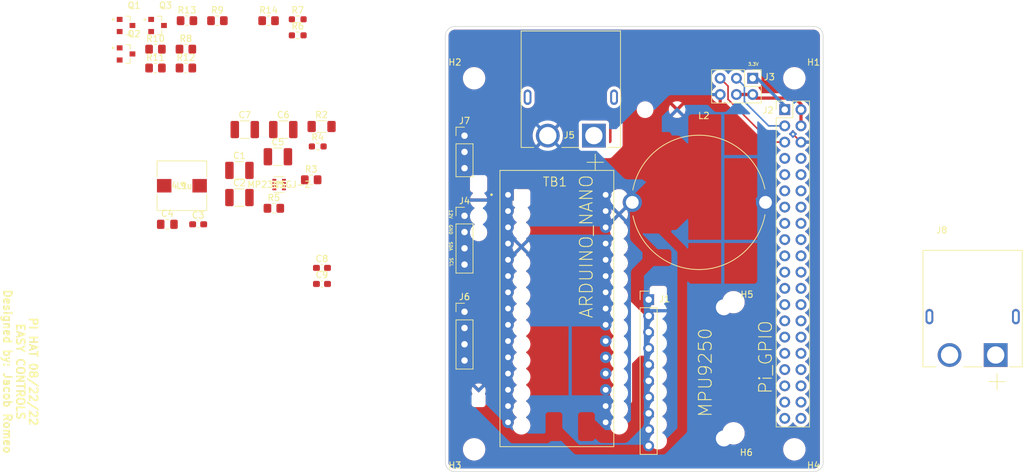
<source format=kicad_pcb>
(kicad_pcb (version 20211014) (generator pcbnew)
  (layers (0 "F.Cu" signal) (31 "B.Cu" signal) (34 "B.Paste" user) (35 "F.Paste" user) (36 "B.SilkS" user "B.Silkscreen") (37 "F.SilkS" user "F.Silkscreen") (38 "B.Mask" user) (39 "F.Mask" user) (44 "Edge.Cuts" user))
  (net 0 "")
  (net 7 "SDAN")
  (net 8 "SCLN")
  (net 9 "3.3VN")
  (net 11 "/TXP")
  (net 13 "/RXP")
  (net 43 "3.3VP")
  (net 45 "+3V3")
  (net 46 "/5VN")
  (net 47 "VAA")
  (net 61 "Net-(C8-Pad1)")
  (net 67 "/RXN")
  (net 68 "GND")
  (net 69 "12V")
  (net 70 "/5V")
  (net 71 "VD")
  (net 72 "/SCL")
  (net 73 "/SDA")
  (net 74 "Net-(C3-Pad1)")
  (net 75 "Net-(C4-Pad1)")
  (net 76 "Net-(C4-Pad2)")
  (net 77 "Net-(C5-Pad1)")
  (net 78 "Net-(R2-Pad2)")
  (net 79 "Net-(R3-Pad1)")
  (net 80 "Net-(C9-Pad2)")
  (net 81 "Net-(R4-Pad1)")
  (net 82 "/TXN")
  (net 83 "+5V")
  (net 84 "VCC")
  (net 85 "VDC")
  (net 86 "/PS")
  (footprint ".pretty:SHIELD_ARDUINO_NANO" (layer "F.Cu") (at 115.4175 110.4975)
    (fp_text reference "TB1" (at -0.3 -19.8) (layer "F.SilkS") (effects (font (size 1.4 1.4))))
    (fp_text value "ARDUINO_NANO" (at 4.6 -9.7 90) (layer "F.SilkS") (effects (font (size 2 2))))
    (fp_line (start 8.89 21.59) (end -8.89 21.59) (layer "F.SilkS") (width 0.127))
    (fp_line (start -8.89 21.59) (end -8.89 -21.59) (layer "F.SilkS") (width 0.127))
    (fp_line (start 8.89 -21.59) (end 8.89 21.59) (layer "F.SilkS") (width 0.127))
    (fp_line (start -8.89 -21.59) (end 8.89 -21.59) (layer "F.SilkS") (width 0.127))
    (fp_circle (center -10.2 -17.8) (end -10.1 -17.8) (layer "F.SilkS") (width 0.2) (fill none))
    (pad "1" thru_hole rect locked (at -7.62 -17.78) (size 1.8 1.8) (drill 0.9) (layers *.Cu *.Mask) (net 82 "/TXN"))
    (pad "2" thru_hole circle locked (at -7.62 -15.24) (size 1.8 1.8) (drill 0.9) (layers *.Cu *.Mask) (net 67 "/RXN"))
    (pad "3" thru_hole circle locked (at -7.62 -12.7) (size 1.8 1.8) (drill 0.9) (layers *.Cu *.Mask))
    (pad "4" thru_hole circle locked (at -7.62 -10.16) (size 1.8 1.8) (drill 0.9) (layers *.Cu *.Mask) (net 68 "GND"))
    (pad "5" thru_hole circle locked (at -7.62 -7.62) (size 1.8 1.8) (drill 0.9) (layers *.Cu *.Mask))
    (pad "6" thru_hole circle locked (at -7.62 -5.08) (size 1.8 1.8) (drill 0.9) (layers *.Cu *.Mask))
    (pad "7" thru_hole circle locked (at -7.62 -2.54) (size 1.8 1.8) (drill 0.9) (layers *.Cu *.Mask))
    (pad "8" thru_hole circle locked (at -7.62 0) (size 1.8 1.8) (drill 0.9) (layers *.Cu *.Mask))
    (pad "9" thru_hole circle locked (at -7.62 2.54) (size 1.8 1.8) (drill 0.9) (layers *.Cu *.Mask))
    (pad "10" thru_hole circle locked (at -7.62 5.08) (size 1.8 1.8) (drill 0.9) (layers *.Cu *.Mask))
    (pad "11" thru_hole circle locked (at -7.62 7.62) (size 1.8 1.8) (drill 0.9) (layers *.Cu *.Mask))
    (pad "12" thru_hole circle locked (at -7.62 10.16) (size 1.8 1.8) (drill 0.9) (layers *.Cu *.Mask))
    (pad "13" thru_hole circle locked (at -7.62 12.7) (size 1.8 1.8) (drill 0.9) (layers *.Cu *.Mask))
    (pad "14" thru_hole circle locked (at -7.62 15.24) (size 1.8 1.8) (drill 0.9) (layers *.Cu *.Mask))
    (pad "15" thru_hole circle locked (at -7.62 17.78) (size 1.8 1.8) (drill 0.9) (layers *.Cu *.Mask))
    (pad "16" thru_hole circle locked (at 7.62 17.78) (size 1.8 1.8) (drill 0.9) (layers *.Cu *.Mask))
    (pad "17" thru_hole circle locked (at 7.62 15.24) (size 1.8 1.8) (drill 0.9) (layers *.Cu *.Mask) (net 9 "3.3VN"))
    (pad "18" thru_hole circle locked (at 7.62 12.7) (size 1.8 1.8) (drill 0.9) (layers *.Cu *.Mask))
    (pad "19" thru_hole circle locked (at 7.62 10.16) (size 1.8 1.8) (drill 0.9) (layers *.Cu *.Mask) (net 86 "/PS"))
    (pad "20" thru_hole circle locked (at 7.62 7.62) (size 1.8 1.8) (drill 0.9) (layers *.Cu *.Mask))
    (pad "21" thru_hole circle locked (at 7.62 5.08) (size 1.8 1.8) (drill 0.9) (layers *.Cu *.Mask))
    (pad "22" thru_hole circle locked (at 7.62 2.54) (size 1.8 1.8) (drill 0.9) (layers *.Cu *.Mask))
    (pad "23" thru_hole circle locked (at 7.62 0) (size 1.8 1.8) (drill 0.9) (layers *.Cu *.Mask) (net 7 "SDAN"))
    (pad "24" thru_hole circle locked (at 7.62 -2.54) (size 1.8 1.8) (drill 0.9) (layers *.Cu *.Mask) (net 8 "SCLN"))
    (pad "25" thru_hole circle locked (at 7.62 -5.08) (size 1.8 1.8) (drill 0.9) (layers *.Cu *.Mask))
    (pad "26" thru_hole circle locked (at 7.62 -7.62) (size 1.8 1.8) (drill 0.9) (layers *.Cu *.Mask))
    (pad "27" thru_hole circle locked (at 7.62 -10.16) (size 1.8 1.8) (drill 0.9) (layers *.Cu *.Mask) (net 46 "/5VN"))
    (pad "28" thru_hole circle locked (at 7.62 -12.7) (size 1.8 1.8) (drill 0.9) (layers *.Cu *.Mask))
    (pad "29" thru_hole circle locked (at 7.62 -15.24) (size 1.8 1.8) (drill 0.9) (layers *.Cu *.Mask) (net 68 "GND"))
    (pad "30" thru_hole circle locked (at 7.62 -17.78) (size 1.8 1.8) (drill 0.9) (layers *.Cu *.Mask) (net 70 "/5V"))
  )
  (footprint "Connector_PinHeader_2.54mm:PinHeader_2x03_P2.54mm_Vertical" (layer "F.Cu") (at 146 74.5 -90)
    (fp_text reference "J3" (at -0.2 -2.6 180) (layer "F.SilkS"))
    (fp_text value "Display")
    (fp_line (start 3.87 -1.33) (end 3.87 6.41) (layer "F.SilkS") (width 0.12))
    (fp_line (start -1.33 0) (end -1.33 -1.33) (layer "F.SilkS") (width 0.12))
    (fp_line (start 1.27 1.27) (end 1.27 -1.33) (layer "F.SilkS") (width 0.12))
    (fp_line (start -1.33 1.27) (end 1.27 1.27) (layer "F.SilkS") (width 0.12))
    (fp_line (start -1.33 -1.33) (end 0 -1.33) (layer "F.SilkS") (width 0.12))
    (fp_line (start 1.27 -1.33) (end 3.87 -1.33) (layer "F.SilkS") (width 0.12))
    (fp_line (start -1.33 6.41) (end 3.87 6.41) (layer "F.SilkS") (width 0.12))
    (fp_line (start -1.33 1.27) (end -1.33 6.41) (layer "F.SilkS") (width 0.12))
    (pad "1" thru_hole rect locked (at 0 0 270) (size 1.7 1.7) (drill 1) (layers *.Cu *.Mask) (net 43 "3.3VP"))
    (pad "2" thru_hole oval locked (at 2.54 0 270) (size 1.7 1.7) (drill 1) (layers *.Cu *.Mask) (net 70 "/5V"))
    (pad "3" thru_hole oval locked (at 0 2.54 270) (size 1.7 1.7) (drill 1) (layers *.Cu *.Mask) (net 73 "/SDA"))
    (pad "4" thru_hole oval locked (at 2.54 2.54 270) (size 1.7 1.7) (drill 1) (layers *.Cu *.Mask) (net 70 "/5V"))
    (pad "5" thru_hole oval locked (at 0 5.08 270) (size 1.7 1.7) (drill 1) (layers *.Cu *.Mask) (net 72 "/SCL"))
    (pad "6" thru_hole oval locked (at 2.54 5.08 270) (size 1.7 1.7) (drill 1) (layers *.Cu *.Mask) (net 68 "GND"))
  )
  (footprint "MountingHole:MountingHole_2.5mm" (layer "F.Cu") (at 152.5 74.5)
    (fp_text reference "H1" (at 3 -2.5) (layer "F.SilkS"))
    (fp_text value "MountingHole" hide)
    (pad "" np_thru_hole circle locked (at 0 0) (size 2.5 2.5) (drill 2.5) (layers *.Cu *.Mask))
  )
  (footprint "MountingHole:MountingHole_2.5mm" (layer "F.Cu") (at 102.5 74.5)
    (fp_text reference "H2" (at -3 -2.5) (layer "F.SilkS"))
    (fp_text value "MountingHole" hide)
    (pad "" np_thru_hole circle locked (at 0 0) (size 2.5 2.5) (drill 2.5) (layers *.Cu *.Mask))
  )
  (footprint "MountingHole:MountingHole_2.5mm" (layer "F.Cu") (at 102.5 132.5)
    (fp_text reference "H3" (at -3 2.5) (layer "F.SilkS"))
    (fp_text value "MountingHole" hide)
    (pad "" np_thru_hole circle locked (at 0 0) (size 2.5 2.5) (drill 2.5) (layers *.Cu *.Mask))
  )
  (footprint "Connector_PinHeader_2.54mm:PinHeader_1x10_P2.54mm_Vertical" (layer "F.Cu") (at 129.75 109.1)
    (fp_text reference "J1" (at 2.5 -0.1) (layer "F.SilkS"))
    (fp_text value "MPU9250")
    (fp_line (start -1.33 1.27) (end -1.33 24.19) (layer "F.SilkS") (width 0.12))
    (fp_line (start -1.33 -1.33) (end 0 -1.33) (layer "F.SilkS") (width 0.12))
    (fp_line (start -1.33 0) (end -1.33 -1.33) (layer "F.SilkS") (width 0.12))
    (fp_line (start -1.33 1.27) (end 1.33 1.27) (layer "F.SilkS") (width 0.12))
    (fp_line (start 1.33 1.27) (end 1.33 24.19) (layer "F.SilkS") (width 0.12))
    (fp_line (start -1.33 24.19) (end 1.33 24.19) (layer "F.SilkS") (width 0.12))
    (pad "1" thru_hole rect locked (at 0 0) (size 1.7 1.7) (drill 1) (layers *.Cu *.Mask) (net 9 "3.3VN"))
    (pad "2" thru_hole oval locked (at 0 2.54) (size 1.7 1.7) (drill 1) (layers *.Cu *.Mask) (net 68 "GND"))
    (pad "3" thru_hole oval locked (at 0 5.08) (size 1.7 1.7) (drill 1) (layers *.Cu *.Mask) (net 8 "SCLN"))
    (pad "4" thru_hole oval locked (at 0 7.62) (size 1.7 1.7) (drill 1) (layers *.Cu *.Mask) (net 7 "SDAN"))
    (pad "5" thru_hole oval locked (at 0 10.16) (size 1.7 1.7) (drill 1) (layers *.Cu *.Mask))
    (pad "6" thru_hole oval locked (at 0 12.7) (size 1.7 1.7) (drill 1) (layers *.Cu *.Mask))
    (pad "7" thru_hole oval locked (at 0 15.24) (size 1.7 1.7) (drill 1) (layers *.Cu *.Mask))
    (pad "8" thru_hole oval locked (at 0 17.78) (size 1.7 1.7) (drill 1) (layers *.Cu *.Mask))
    (pad "9" thru_hole oval locked (at 0 20.32) (size 1.7 1.7) (drill 1) (layers *.Cu *.Mask))
    (pad "10" thru_hole oval locked (at 0 22.86) (size 1.7 1.7) (drill 1) (layers *.Cu *.Mask))
  )
  (footprint "MountingHole:MountingHole_2.5mm" (layer "F.Cu") (at 152.5 132.5)
    (fp_text reference "H4" (at 3 2.5) (layer "F.SilkS"))
    (fp_text value "MountingHole" hide)
    (pad "" np_thru_hole circle locked (at 0 0) (size 2.5 2.5) (drill 2.5) (layers *.Cu *.Mask))
  )
  (footprint "Connector_PinHeader_2.54mm:PinHeader_2x20_P2.54mm_Vertical" (layer "F.Cu") (at 151 79.4)
    (fp_text reference "J2" (at -2.6 0.1) (layer "F.SilkS"))
    (fp_text value "Pi_GPIO" (at -3 38.7 90) (layer "F.SilkS") (effects (font (size 2 2))))
    (fp_line (start 1.27 1.27) (end 1.27 -1.33) (layer "F.SilkS") (width 0.12))
    (fp_line (start 3.87 -1.33) (end 3.87 49.59) (layer "F.SilkS") (width 0.12))
    (fp_line (start 1.27 -1.33) (end 3.87 -1.33) (layer "F.SilkS") (width 0.12))
    (fp_line (start -1.33 -1.33) (end 0 -1.33) (layer "F.SilkS") (width 0.12))
    (fp_line (start -1.33 1.27) (end -1.33 49.59) (layer "F.SilkS") (width 0.12))
    (fp_line (start -1.33 1.27) (end 1.27 1.27) (layer "F.SilkS") (width 0.12))
    (fp_line (start -1.33 0) (end -1.33 -1.33) (layer "F.SilkS") (width 0.12))
    (fp_line (start -1.33 49.59) (end 3.87 49.59) (layer "F.SilkS") (width 0.12))
    (pad "1" thru_hole rect locked (at 0 0) (size 1.7 1.7) (drill 1) (layers *.Cu *.Mask) (net 43 "3.3VP"))
    (pad "2" thru_hole oval locked (at 2.54 0) (size 1.7 1.7) (drill 1) (layers *.Cu *.Mask) (net 70 "/5V"))
    (pad "3" thru_hole oval locked (at 0 2.54) (size 1.7 1.7) (drill 1) (layers *.Cu *.Mask) (net 73 "/SDA"))
    (pad "4" thru_hole oval locked (at 2.54 2.54) (size 1.7 1.7) (drill 1) (layers *.Cu *.Mask) (net 70 "/5V"))
    (pad "5" thru_hole oval locked (at 0 5.08) (size 1.7 1.7) (drill 1) (layers *.Cu *.Mask) (net 72 "/SCL"))
    (pad "6" thru_hole oval locked (at 2.54 5.08) (size 1.7 1.7) (drill 1) (layers *.Cu *.Mask) (net 68 "GND"))
    (pad "7" thru_hole oval locked (at 0 7.62) (size 1.7 1.7) (drill 1) (layers *.Cu *.Mask))
    (pad "8" thru_hole oval locked (at 2.54 7.62) (size 1.7 1.7) (drill 1) (layers *.Cu *.Mask) (net 11 "/TXP"))
    (pad "9" thru_hole oval locked (at 0 10.16) (size 1.7 1.7) (drill 1) (layers *.Cu *.Mask))
    (pad "10" thru_hole oval locked (at 2.54 10.16) (size 1.7 1.7) (drill 1) (layers *.Cu *.Mask) (net 13 "/RXP"))
    (pad "11" thru_hole oval locked (at 0 12.7) (size 1.7 1.7) (drill 1) (layers *.Cu *.Mask))
    (pad "12" thru_hole oval locked (at 2.54 12.7) (size 1.7 1.7) (drill 1) (layers *.Cu *.Mask))
    (pad "13" thru_hole oval locked (at 0 15.24) (size 1.7 1.7) (drill 1) (layers *.Cu *.Mask))
    (pad "14" thru_hole oval locked (at 2.54 15.24) (size 1.7 1.7) (drill 1) (layers *.Cu *.Mask))
    (pad "15" thru_hole oval locked (at 0 17.78) (size 1.7 1.7) (drill 1) (layers *.Cu *.Mask))
    (pad "16" thru_hole oval locked (at 2.54 17.78) (size 1.7 1.7) (drill 1) (layers *.Cu *.Mask))
    (pad "17" thru_hole oval locked (at 0 20.32) (size 1.7 1.7) (drill 1) (layers *.Cu *.Mask))
    (pad "18" thru_hole oval locked (at 2.54 20.32) (size 1.7 1.7) (drill 1) (layers *.Cu *.Mask))
    (pad "19" thru_hole oval locked (at 0 22.86) (size 1.7 1.7) (drill 1) (layers *.Cu *.Mask))
    (pad "20" thru_hole oval locked (at 2.54 22.86) (size 1.7 1.7) (drill 1) (layers *.Cu *.Mask))
    (pad "21" thru_hole oval locked (at 0 25.4) (size 1.7 1.7) (drill 1) (layers *.Cu *.Mask))
    (pad "22" thru_hole oval locked (at 2.54 25.4) (size 1.7 1.7) (drill 1) (layers *.Cu *.Mask))
    (pad "23" thru_hole oval locked (at 0 27.94) (size 1.7 1.7) (drill 1) (layers *.Cu *.Mask))
    (pad "24" thru_hole oval locked (at 2.54 27.94) (size 1.7 1.7) (drill 1) (layers *.Cu *.Mask))
    (pad "25" thru_hole oval locked (at 0 30.48) (size 1.7 1.7) (drill 1) (layers *.Cu *.Mask))
    (pad "26" thru_hole oval locked (at 2.54 30.48) (size 1.7 1.7) (drill 1) (layers *.Cu *.Mask))
    (pad "27" thru_hole oval locked (at 0 33.02) (size 1.7 1.7) (drill 1) (layers *.Cu *.Mask))
    (pad "28" thru_hole oval locked (at 2.54 33.02) (size 1.7 1.7) (drill 1) (layers *.Cu *.Mask))
    (pad "29" thru_hole oval locked (at 0 35.56) (size 1.7 1.7) (drill 1) (layers *.Cu *.Mask))
    (pad "30" thru_hole oval locked (at 2.54 35.56) (size 1.7 1.7) (drill 1) (layers *.Cu *.Mask))
    (pad "31" thru_hole oval locked (at 0 38.1) (size 1.7 1.7) (drill 1) (layers *.Cu *.Mask))
    (pad "32" thru_hole oval locked (at 2.54 38.1) (size 1.7 1.7) (drill 1) (layers *.Cu *.Mask))
    (pad "33" thru_hole oval locked (at 0 40.64) (size 1.7 1.7) (drill 1) (layers *.Cu *.Mask))
    (pad "34" thru_hole oval locked (at 2.54 40.64) (size 1.7 1.7) (drill 1) (layers *.Cu *.Mask))
    (pad "35" thru_hole oval locked (at 0 43.18) (size 1.7 1.7) (drill 1) (layers *.Cu *.Mask))
    (pad "36" thru_hole oval locked (at 2.54 43.18) (size 1.7 1.7) (drill 1) (layers *.Cu *.Mask))
    (pad "37" thru_hole oval locked (at 0 45.72) (size 1.7 1.7) (drill 1) (layers *.Cu *.Mask))
    (pad "38" thru_hole oval locked (at 2.54 45.72) (size 1.7 1.7) (drill 1) (layers *.Cu *.Mask))
    (pad "39" thru_hole oval locked (at 0 48.26) (size 1.7 1.7) (drill 1) (layers *.Cu *.Mask))
    (pad "40" thru_hole oval locked (at 2.54 48.26) (size 1.7 1.7) (drill 1) (layers *.Cu *.Mask))
  )
  (footprint "Connector_PinHeader_2.54mm:PinHeader_1x04_P2.54mm_Vertical" (layer "F.Cu") (at 101 96)
    (fp_text reference "J4" (at 0 -2.33) (layer "F.SilkS"))
    (fp_text value "Conn_01x04_Male")
    (fp_line (start -1.33 0) (end -1.33 -1.33) (layer "F.SilkS") (width 0.12))
    (fp_line (start -1.33 1.27) (end -1.33 8.95) (layer "F.SilkS") (width 0.12))
    (fp_line (start -1.33 -1.33) (end 0 -1.33) (layer "F.SilkS") (width 0.12))
    (fp_line (start -1.33 1.27) (end 1.33 1.27) (layer "F.SilkS") (width 0.12))
    (fp_line (start 1.33 1.27) (end 1.33 8.95) (layer "F.SilkS") (width 0.12))
    (fp_line (start -1.33 8.95) (end 1.33 8.95) (layer "F.SilkS") (width 0.12))
    (pad "1" thru_hole rect (at 0 0) (size 1.7 1.7) (drill 1) (layers *.Cu *.Mask) (net 69 "12V"))
    (pad "2" thru_hole oval (at 0 2.54) (size 1.7 1.7) (drill 1) (layers *.Cu *.Mask) (net 68 "GND"))
    (pad "3" thru_hole oval (at 0 5.08) (size 1.7 1.7) (drill 1) (layers *.Cu *.Mask) (net 72 "/SCL"))
    (pad "4" thru_hole oval (at 0 7.62) (size 1.7 1.7) (drill 1) (layers *.Cu *.Mask) (net 73 "/SDA"))
  )
  (footprint ".pretty:AMASS_XT60PW-M" (layer "F.Cu") (at 117.6 77.46575)
    (fp_text reference "J5" (at -0.25 5.93425) (layer "F.SilkS") (effects (font (size 1.000441 1.000441))))
    (fp_text value "XT60PW-M")
    (fp_line (start 3.81 10.16) (end 3.81 11.43) (layer "F.SilkS") (width 0.127))
    (fp_line (start -7.75 -10.35) (end -7.75 7.85) (layer "F.SilkS") (width 0.127))
    (fp_line (start -1.422 7.85) (end 1.422 7.85) (layer "F.SilkS") (width 0.127))
    (fp_line (start 7.75 7.85) (end 7.75 -10.35) (layer "F.SilkS") (width 0.127))
    (fp_line (start -7.75 7.85) (end -5.778 7.85) (layer "F.SilkS") (width 0.127))
    (fp_line (start 7.75 7.85) (end 5.778 7.85) (layer "F.SilkS") (width 0.127))
    (fp_line (start 3.81 10.16) (end 3.81 8.89) (layer "F.SilkS") (width 0.127))
    (fp_line (start 7.75 -10.35) (end -7.75 -10.35) (layer "F.SilkS") (width 0.127))
    (fp_line (start 2.54 10.16) (end 3.81 10.16) (layer "F.SilkS") (width 0.127))
    (fp_line (start 5.08 10.16) (end 3.81 10.16) (layer "F.SilkS") (width 0.127))
    (pad "1" thru_hole rect locked (at 3.6 6) (size 3.716 3.716) (drill 2.7) (layers *.Cu *.Mask) (net 69 "12V"))
    (pad "2" thru_hole circle locked (at -3.6 6) (size 3.716 3.716) (drill 2.7) (layers *.Cu *.Mask) (net 68 "GND"))
    (pad "S1" thru_hole oval locked (at 6.75 0) (size 1.2 2.4) (drill oval 0.6 1.7) (layers *.Cu *.Mask))
    (pad "S2" thru_hole oval locked (at -6.75 0) (size 1.2 2.4) (drill oval 0.6 1.7) (layers *.Cu *.Mask))
  )
  (footprint "MountingHole:MountingHole_2.5mm" (layer "F.Cu") (at 141.5 110.3)
    (fp_text reference "H5" (at 3.6 -2) (layer "F.SilkS"))
    (fp_text value "MountingHole" hide)
    (pad "" np_thru_hole circle locked (at 0 0) (size 2.5 2.5) (drill 2.5) (layers *.Cu *.Mask))
  )
  (footprint "MountingHole:MountingHole_2.5mm" (layer "F.Cu") (at 141.5 130.8)
    (fp_text reference "H6" (at 3.5 2.2) (layer "F.SilkS"))
    (fp_text value "MountingHole" hide)
    (pad "" np_thru_hole circle locked (at 0 0) (size 2.5 2.5) (drill 2.5) (layers *.Cu *.Mask))
  )
  (footprint "Capacitor_SMD:C_1210_3225Metric_Pad1.33x2.70mm_HandSolder" (layer "F.Cu") (at 66.69 82.52)
    (fp_text reference "C7" (at 0 -2.3) (layer "F.SilkS"))
    (fp_text value "22u")
    (fp_line (start -0.711252 1.36) (end 0.711252 1.36) (layer "F.SilkS") (width 0.12))
    (fp_line (start -0.711252 -1.36) (end 0.711252 -1.36) (layer "F.SilkS") (width 0.12))
    (pad "1" smd roundrect (at -1.5625 0) (size 1.325 2.7) (layers "F.Cu" "F.Paste" "F.Mask") (roundrect_rratio 0.188679) (net 70 "/5V"))
    (pad "2" smd roundrect (at 1.5625 0) (size 1.325 2.7) (layers "F.Cu" "F.Paste" "F.Mask") (roundrect_rratio 0.188679) (net 68 "GND"))
  )
  (footprint "Capacitor_SMD:C_0603_1608Metric_Pad1.08x0.95mm_HandSolder" (layer "F.Cu") (at 78.74 106.65)
    (fp_text reference "C9" (at 0 -1.43) (layer "F.SilkS"))
    (fp_text value "10p")
    (fp_line (start -0.146267 -0.51) (end 0.146267 -0.51) (layer "F.SilkS") (width 0.12))
    (fp_line (start -0.146267 0.51) (end 0.146267 0.51) (layer "F.SilkS") (width 0.12))
    (pad "1" smd roundrect (at -0.8625 0) (size 1.075 0.95) (layers "F.Cu" "F.Paste" "F.Mask") (net 77 "Net-(C5-Pad1)"))
    (pad "2" smd roundrect (at 0.8625 0) (size 1.075 0.95) (layers "F.Cu" "F.Paste" "F.Mask") (net 80 "Net-(C9-Pad2)"))
  )
  (footprint "Capacitor_SMD:C_0603_1608Metric_Pad1.08x0.95mm_HandSolder" (layer "F.Cu") (at 59.41 97.33)
    (fp_text reference "C3" (at 0 -1.43) (layer "F.SilkS"))
    (fp_text value "1n")
    (fp_line (start -0.146267 0.51) (end 0.146267 0.51) (layer "F.SilkS") (width 0.12))
    (fp_line (start -0.146267 -0.51) (end 0.146267 -0.51) (layer "F.SilkS") (width 0.12))
    (pad "1" smd roundrect (at -0.8625 0) (size 1.075 0.95) (layers "F.Cu" "F.Paste" "F.Mask") (net 74 "Net-(C3-Pad1)"))
    (pad "2" smd roundrect (at 0.8625 0) (size 1.075 0.95) (layers "F.Cu" "F.Paste" "F.Mask") (net 68 "GND"))
  )
  (footprint "Capacitor_SMD:C_1210_3225Metric_Pad1.33x2.70mm_HandSolder" (layer "F.Cu") (at 72.7 82.52)
    (fp_text reference "C6" (at 0 -2.3) (layer "F.SilkS"))
    (fp_text value "22u")
    (fp_line (start -0.711252 1.36) (end 0.711252 1.36) (layer "F.SilkS") (width 0.12))
    (fp_line (start -0.711252 -1.36) (end 0.711252 -1.36) (layer "F.SilkS") (width 0.12))
    (pad "1" smd roundrect (at -1.5625 0) (size 1.325 2.7) (layers "F.Cu" "F.Paste" "F.Mask") (roundrect_rratio 0.188679) (net 70 "/5V"))
    (pad "2" smd roundrect (at 1.5625 0) (size 1.325 2.7) (layers "F.Cu" "F.Paste" "F.Mask") (roundrect_rratio 0.188679) (net 68 "GND"))
  )
  (footprint "Capacitor_SMD:C_1210_3225Metric_Pad1.33x2.70mm_HandSolder" (layer "F.Cu") (at 65.85 88.9)
    (fp_text reference "C1" (at 0 -2.3) (layer "F.SilkS"))
    (fp_text value "22u")
    (fp_line (start -0.711252 1.36) (end 0.711252 1.36) (layer "F.SilkS") (width 0.12))
    (fp_line (start -0.711252 -1.36) (end 0.711252 -1.36) (layer "F.SilkS") (width 0.12))
    (pad "1" smd roundrect (at -1.5625 0) (size 1.325 2.7) (layers "F.Cu" "F.Paste" "F.Mask") (roundrect_rratio 0.188679) (net 69 "12V"))
    (pad "2" smd roundrect (at 1.5625 0) (size 1.325 2.7) (layers "F.Cu" "F.Paste" "F.Mask") (roundrect_rratio 0.188679) (net 68 "GND"))
  )
  (footprint "Capacitor_SMD:C_1210_3225Metric_Pad1.33x2.70mm_HandSolder" (layer "F.Cu") (at 65.85 93.15)
    (fp_text reference "C2" (at 0 -2.3) (layer "F.SilkS"))
    (fp_text value "0.1u")
    (fp_line (start -0.711252 1.36) (end 0.711252 1.36) (layer "F.SilkS") (width 0.12))
    (fp_line (start -0.711252 -1.36) (end 0.711252 -1.36) (layer "F.SilkS") (width 0.12))
    (pad "1" smd roundrect (at -1.5625 0) (size 1.325 2.7) (layers "F.Cu" "F.Paste" "F.Mask") (roundrect_rratio 0.188679) (net 69 "12V"))
    (pad "2" smd roundrect (at 1.5625 0) (size 1.325 2.7) (layers "F.Cu" "F.Paste" "F.Mask") (roundrect_rratio 0.188679) (net 68 "GND"))
  )
  (footprint "Resistor_SMD:R_1206_3216Metric_Pad1.30x1.75mm_HandSolder" (layer "F.Cu") (at 78.68 82.04)
    (fp_text reference "R2" (at 0 -1.82) (layer "F.SilkS"))
    (fp_text value "604k")
    (fp_line (start -0.727064 -0.91) (end 0.727064 -0.91) (layer "F.SilkS") (width 0.12))
    (fp_line (start -0.727064 0.91) (end 0.727064 0.91) (layer "F.SilkS") (width 0.12))
    (pad "1" smd roundrect (at -1.55 0) (size 1.3 1.75) (layers "F.Cu" "F.Paste" "F.Mask") (roundrect_rratio 0.192308) (net 69 "12V"))
    (pad "2" smd roundrect (at 1.55 0) (size 1.3 1.75) (layers "F.Cu" "F.Paste" "F.Mask") (roundrect_rratio 0.192308) (net 78 "Net-(R2-Pad2)"))
  )
  (footprint "Capacitor_SMD:C_0805_2012Metric_Pad1.18x1.45mm_HandSolder" (layer "F.Cu") (at 54.6 97.33)
    (fp_text reference "C4" (at 0 -1.68) (layer "F.SilkS"))
    (fp_text value "1u")
    (fp_line (start -0.261252 -0.735) (end 0.261252 -0.735) (layer "F.SilkS") (width 0.12))
    (fp_line (start -0.261252 0.735) (end 0.261252 0.735) (layer "F.SilkS") (width 0.12))
    (pad "1" smd roundrect (at -1.0375 0) (size 1.175 1.45) (layers "F.Cu" "F.Paste" "F.Mask") (roundrect_rratio 0.212766) (net 75 "Net-(C4-Pad1)"))
    (pad "2" smd roundrect (at 1.0375 0) (size 1.175 1.45) (layers "F.Cu" "F.Paste" "F.Mask") (roundrect_rratio 0.212766) (net 76 "Net-(C4-Pad2)"))
  )
  (footprint "Resistor_SMD:R_0603_1608Metric_Pad0.98x0.95mm_HandSolder" (layer "F.Cu") (at 74.955 65.28)
    (fp_text reference "R7" (at 0 -1.43) (layer "F.SilkS"))
    (fp_text value "700")
    (fp_line (start -0.254724 0.5225) (end 0.254724 0.5225) (layer "F.SilkS") (width 0.12))
    (fp_line (start -0.254724 -0.5225) (end 0.254724 -0.5225) (layer "F.SilkS") (width 0.12))
    (pad "1" smd roundrect (at -0.9125 0) (size 0.975 0.95) (layers "F.Cu" "F.Paste" "F.Mask") (net 72 "/SCL"))
    (pad "2" smd roundrect (at 0.9125 0) (size 0.975 0.95) (layers "F.Cu" "F.Paste" "F.Mask") (net 43 "3.3VP"))
  )
  (footprint "Resistor_SMD:R_0805_2012Metric_Pad1.20x1.40mm_HandSolder" (layer "F.Cu") (at 62.415 65.5)
    (fp_text reference "R9" (at 0 -1.65) (layer "F.SilkS"))
    (fp_text value "10K")
    (fp_line (start -0.227064 0.735) (end 0.227064 0.735) (layer "F.SilkS") (width 0.12))
    (fp_line (start -0.227064 -0.735) (end 0.227064 -0.735) (layer "F.SilkS") (width 0.12))
    (pad "1" smd roundrect (at -1 0) (size 1.2 1.4) (layers "F.Cu" "F.Paste" "F.Mask") (roundrect_rratio 0.208333) (net 83 "+5V"))
    (pad "2" smd roundrect (at 1 0) (size 1.2 1.4) (layers "F.Cu" "F.Paste" "F.Mask") (roundrect_rratio 0.208333) (net 46 "/5VN"))
  )
  (footprint "Resistor_SMD:R_0805_2012Metric_Pad1.20x1.40mm_HandSolder" (layer "F.Cu") (at 52.745 69.95)
    (fp_text reference "R10" (at 0 -1.65) (layer "F.SilkS"))
    (fp_text value "10K")
    (fp_line (start -0.227064 -0.735) (end 0.227064 -0.735) (layer "F.SilkS") (width 0.12))
    (fp_line (start -0.227064 0.735) (end 0.227064 0.735) (layer "F.SilkS") (width 0.12))
    (pad "1" smd roundrect (at -1 0) (size 1.2 1.4) (layers "F.Cu" "F.Paste" "F.Mask") (roundrect_rratio 0.208333) (net 47 "VAA"))
    (pad "2" smd roundrect (at 1 0) (size 1.2 1.4) (layers "F.Cu" "F.Paste" "F.Mask") (roundrect_rratio 0.208333) (net 11 "/TXP"))
  )
  (footprint "Resistor_SMD:R_0805_2012Metric_Pad1.20x1.40mm_HandSolder" (layer "F.Cu") (at 71.23 94.82)
    (fp_text reference "R5" (at 0 -1.65) (layer "F.SilkS"))
    (fp_text value "7.68K")
    (fp_line (start -0.227064 -0.735) (end 0.227064 -0.735) (layer "F.SilkS") (width 0.12))
    (fp_line (start -0.227064 0.735) (end 0.227064 0.735) (layer "F.SilkS") (width 0.12))
    (pad "1" smd roundrect (at -1 0) (size 1.2 1.4) (layers "F.Cu" "F.Paste" "F.Mask") (roundrect_rratio 0.208333) (net 68 "GND"))
    (pad "2" smd roundrect (at 1 0) (size 1.2 1.4) (layers "F.Cu" "F.Paste" "F.Mask") (roundrect_rratio 0.208333) (net 80 "Net-(C9-Pad2)"))
  )
  (footprint ".pretty:744777004" (layer "F.Cu") (at 56.8729 91.3005)
    (fp_text reference "L1" (at 0 0) (layer "F.SilkS"))
    (fp_text value "4.9u" (at 0 0) (layer "F.SilkS"))
    (fp_text user "*" (at 0 0) (layer "F.SilkS"))
    (fp_line (start 3.8735 -3.8735) (end -3.8735 -3.8735) (layer "F.SilkS") (width 0.12))
    (fp_line (start 3.8735 -1.38684) (end 3.8735 -3.8735) (layer "F.SilkS") (width 0.12))
    (fp_line (start 3.8735 3.8735) (end 3.8735 1.38684) (layer "F.SilkS") (width 0.12))
    (fp_line (start -3.8735 3.8735) (end 3.8735 3.8735) (layer "F.SilkS") (width 0.12))
    (fp_line (start -3.8735 1.38684) (end -3.8735 3.8735) (layer "F.SilkS") (width 0.12))
    (fp_line (start -3.8735 -3.8735) (end -3.8735 -1.38684) (layer "F.SilkS") (width 0.12))
    (pad "1" smd rect locked (at -2.7686 0 90) (size 2.1082 2.2606) (layers "F.Cu" "F.Paste" "F.Mask") (net 75 "Net-(C4-Pad1)"))
    (pad "2" smd rect locked (at 2.7686 0 90) (size 2.1082 2.2606) (layers "F.Cu" "F.Paste" "F.Mask") (net 77 "Net-(C5-Pad1)"))
  )
  (footprint "Resistor_SMD:R_0805_2012Metric_Pad1.20x1.40mm_HandSolder" (layer "F.Cu") (at 70.405 65.5)
    (fp_text reference "R14" (at 0 -1.65) (layer "F.SilkS"))
    (fp_text value "40.2k")
    (fp_line (start -0.227064 0.735) (end 0.227064 0.735) (layer "F.SilkS") (width 0.12))
    (fp_line (start -0.227064 -0.735) (end 0.227064 -0.735) (layer "F.SilkS") (width 0.12))
    (pad "1" smd roundrect (at -1 0) (size 1.2 1.4) (layers "F.Cu" "F.Paste" "F.Mask") (roundrect_rratio 0.208333) (net 77 "Net-(C5-Pad1)"))
    (pad "2" smd roundrect (at 1 0) (size 1.2 1.4) (layers "F.Cu" "F.Paste" "F.Mask") (roundrect_rratio 0.208333) (net 80 "Net-(C9-Pad2)"))
  )
  (footprint ".pretty:MP2393GTL-P" (layer "F.Cu") (at 72.055 91.12)
    (fp_text reference "U1" (at 0 0) (layer "F.SilkS"))
    (fp_text value "MP2315GJ-Z" (at 0 0) (layer "F.SilkS"))
    (fp_text user "*" (at 0 0) (layer "F.SilkS"))
    (fp_line (start -0.7747 1.2319) (end 0.7747 1.2319) (layer "F.SilkS") (width 0.12))
    (fp_line (start 0.7747 -1.2319) (end -0.7747 -1.2319) (layer "F.SilkS") (width 0.12))
    (pad "1" smd rect locked (at -0.7493 -0.750001) (size 0.6096 0.2794) (layers "F.Cu" "F.Paste" "F.Mask") (net 74 "Net-(C3-Pad1)"))
    (pad "2" smd rect locked (at -0.7493 -0.25) (size 0.6096 0.2794) (layers "F.Cu" "F.Paste" "F.Mask") (net 69 "12V"))
    (pad "3" smd rect locked (at -0.7493 0.25) (size 0.6096 0.2794) (layers "F.Cu" "F.Paste" "F.Mask") (net 75 "Net-(C4-Pad1)"))
    (pad "4" smd rect locked (at -0.7493 0.750001) (size 0.6096 0.2794) (layers "F.Cu" "F.Paste" "F.Mask") (net 68 "GND"))
    (pad "5" smd rect locked (at 0.7493 0.750001) (size 0.6096 0.2794) (layers "F.Cu" "F.Paste" "F.Mask") (net 81 "Net-(R4-Pad1)"))
    (pad "6" smd rect locked (at 0.7493 0.25) (size 0.6096 0.2794) (layers "F.Cu" "F.Paste" "F.Mask") (net 78 "Net-(R2-Pad2)"))
    (pad "7" smd rect locked (at 0.7493 -0.25) (size 0.6096 0.2794) (layers "F.Cu" "F.Paste" "F.Mask") (net 61 "Net-(C8-Pad1)"))
    (pad "8" smd rect locked (at 0.7493 -0.750001) (size 0.6096 0.2794) (layers "F.Cu" "F.Paste" "F.Mask") (net 79 "Net-(R3-Pad1)"))
  )
  (footprint "Resistor_SMD:R_0805_2012Metric_Pad1.20x1.40mm_HandSolder" (layer "F.Cu") (at 57.495 72.9)
    (fp_text reference "R12" (at 0 -1.65) (layer "F.SilkS"))
    (fp_text value "10K")
    (fp_line (start -0.227064 -0.735) (end 0.227064 -0.735) (layer "F.SilkS") (width 0.12))
    (fp_line (start -0.227064 0.735) (end 0.227064 0.735) (layer "F.SilkS") (width 0.12))
    (pad "1" smd roundrect (at -1 0) (size 1.2 1.4) (layers "F.Cu" "F.Paste" "F.Mask") (roundrect_rratio 0.208333) (net 71 "VD"))
    (pad "2" smd roundrect (at 1 0) (size 1.2 1.4) (layers "F.Cu" "F.Paste" "F.Mask") (roundrect_rratio 0.208333) (net 13 "/RXP"))
  )
  (footprint "Capacitor_SMD:C_0603_1608Metric_Pad1.08x0.95mm_HandSolder" (layer "F.Cu") (at 78.74 104.14)
    (fp_text reference "C8" (at 0 -1.43) (layer "F.SilkS"))
    (fp_text value "6.8n")
    (fp_line (start -0.146267 -0.51) (end 0.146267 -0.51) (layer "F.SilkS") (width 0.12))
    (fp_line (start -0.146267 0.51) (end 0.146267 0.51) (layer "F.SilkS") (width 0.12))
    (pad "1" smd roundrect (at -0.8625 0) (size 1.075 0.95) (layers "F.Cu" "F.Paste" "F.Mask") (net 61 "Net-(C8-Pad1)"))
    (pad "2" smd roundrect (at 0.8625 0) (size 1.075 0.95) (layers "F.Cu" "F.Paste" "F.Mask") (net 68 "GND"))
  )
  (footprint ".pretty:TRANS_BSS138_RFG" (layer "F.Cu") (at 53.07 66.25)
    (fp_text reference "Q3" (at 1.25 -3.135) (layer "F.SilkS"))
    (fp_text value "BSS138_RFG")
    (fp_line (start 0.65 -1.45) (end -0.035 -1.45) (layer "F.SilkS") (width 0.127))
    (fp_line (start 0.65 -0.72) (end 0.65 -1.45) (layer "F.SilkS") (width 0.127))
    (fp_line (start -0.035 1.45) (end 0.65 1.45) (layer "F.SilkS") (width 0.127))
    (fp_line (start 0.65 1.45) (end 0.65 0.72) (layer "F.SilkS") (width 0.127))
    (fp_circle (center -2 -0.95) (end -1.9 -0.95) (layer "F.SilkS") (width 0.2) (fill none))
    (pad "1" smd rect locked (at -1 -0.95) (size 0.9 0.8) (layers "F.Cu" "F.Paste" "F.Mask") (net 71 "VD"))
    (pad "2" smd rect locked (at -1 0.95) (size 0.9 0.8) (layers "F.Cu" "F.Paste" "F.Mask") (net 13 "/RXP"))
    (pad "3" smd rect locked (at 1 0) (size 0.9 0.8) (layers "F.Cu" "F.Paste" "F.Mask") (net 82 "/TXN"))
  )
  (footprint ".pretty:IND_AIRD-02-151K" (layer "F.Cu") (at 137.6 93.9)
    (fp_text reference "L2" (at 0.765 -13.545) (layer "F.SilkS"))
    (fp_text value "220u")
    (fp_arc (start -0.000001 -10.5) (mid 6.647128 -8.135765) (end 10.3 -2.1) (layer "F.SilkS") (width 0.127))
    (fp_arc (start -10.32 -1.92) (mid -6.710012 -8.07435) (end 0 -10.5) (layer "F.SilkS") (width 0.127))
    (fp_arc (start 0.000001 10.5) (mid -6.647128 8.135765) (end -10.3 2.1) (layer "F.SilkS") (width 0.127))
    (fp_arc (start 10.32 1.92) (mid 6.710012 8.07435) (end 0 10.5) (layer "F.SilkS") (width 0.127))
    (pad "1" thru_hole circle locked (at -10.4 0) (size 3 3) (drill 2) (layers *.Cu *.Mask) (net 77 "Net-(C5-Pad1)"))
    (pad "2" thru_hole circle locked (at 10.4 0) (size 3 3) (drill 2) (layers *.Cu *.Mask) (net 70 "/5V"))
  )
  (footprint "Connector_PinHeader_2.54mm:PinHeader_1x04_P2.54mm_Vertical" (layer "F.Cu") (at 101 111)
    (fp_text reference "J6" (at 0 -2.33) (layer "F.SilkS"))
    (fp_text value "Conn_01x04_Male")
    (fp_line (start 1.33 1.27) (end 1.33 8.95) (layer "F.SilkS") (width 0.12))
    (fp_line (start -1.33 8.95) (end 1.33 8.95) (layer "F.SilkS") (width 0.12))
    (fp_line (start -1.33 0) (end -1.33 -1.33) (layer "F.SilkS") (width 0.12))
    (fp_line (start -1.33 1.27) (end 1.33 1.27) (layer "F.SilkS") (width 0.12))
    (fp_line (start -1.33 -1.33) (end 0 -1.33) (layer "F.SilkS") (width 0.12))
    (fp_line (start -1.33 1.27) (end -1.33 8.95) (layer "F.SilkS") (width 0.12))
    (pad "1" thru_hole rect (at 0 0) (size 1.7 1.7) (drill 1) (layers *.Cu *.Mask) (net 69 "12V"))
    (pad "2" thru_hole oval (at 0 2.54) (size 1.7 1.7) (drill 1) (layers *.Cu *.Mask) (net 68 "GND"))
    (pad "3" thru_hole oval (at 0 5.08) (size 1.7 1.7) (drill 1) (layers *.Cu *.Mask) (net 72 "/SCL"))
    (pad "4" thru_hole oval (at 0 7.62) (size 1.7 1.7) (drill 1) (layers *.Cu *.Mask) (net 73 "/SDA"))
  )
  (footprint "Connector_PinHeader_2.54mm:PinHeader_1x03_P2.54mm_Vertical" (layer "F.Cu") (at 101 83.475)
    (fp_text reference "J7" (at 0 -2.33) (layer "F.SilkS"))
    (fp_text value "Pressure Sensor")
    (fp_line (start -1.33 -1.33) (end 0 -1.33) (layer "F.SilkS") (width 0.12))
    (fp_line (start -1.33 0) (end -1.33 -1.33) (layer "F.SilkS") (width 0.12))
    (fp_line (start -1.33 1.27) (end -1.33 6.41) (layer "F.SilkS") (width 0.12))
    (fp_line (start -1.33 1.27) (end 1.33 1.27) (layer "F.SilkS") (width 0.12))
    (fp_line (start -1.33 6.41) (end 1.33 6.41) (layer "F.SilkS") (width 0.12))
    (fp_line (start 1.33 1.27) (end 1.33 6.41) (layer "F.SilkS") (width 0.12))
    (pad "1" thru_hole rect (at 0 0) (size 1.7 1.7) (drill 1) (layers *.Cu *.Mask) (net 46 "/5VN"))
    (pad "2" thru_hole oval (at 0 2.54) (size 1.7 1.7) (drill 1) (layers *.Cu *.Mask) (net 68 "GND"))
    (pad "3" thru_hole oval (at 0 5.08) (size 1.7 1.7) (drill 1) (layers *.Cu *.Mask) (net 86 "/PS"))
  )
  (footprint "Resistor_SMD:R_0805_2012Metric_Pad1.20x1.40mm_HandSolder" (layer "F.Cu") (at 52.745 72.9)
    (fp_text reference "R11" (at 0 -1.65) (layer "F.SilkS"))
    (fp_text value "10K")
    (fp_line (start -0.227064 0.735) (end 0.227064 0.735) (layer "F.SilkS") (width 0.12))
    (fp_line (start -0.227064 -0.735) (end 0.227064 -0.735) (layer "F.SilkS") (width 0.12))
    (pad "1" smd roundrect (at -1 0) (size 1.2 1.4) (layers "F.Cu" "F.Paste" "F.Mask") (roundrect_rratio 0.208333) (net 84 "VCC"))
    (pad "2" smd roundrect (at 1 0) (size 1.2 1.4) (layers "F.Cu" "F.Paste" "F.Mask") (roundrect_rratio 0.208333) (net 67 "/RXN"))
  )
  (footprint ".pretty:TRANS_BSS138_RFG" (layer "F.Cu") (at 48.15 66.25)
    (fp_text reference "Q1" (at 1.25 -3.135) (layer "F.SilkS"))
    (fp_text value "BSS138_RFG")
    (fp_line (start -0.035 1.45) (end 0.65 1.45) (layer "F.SilkS") (width 0.127))
    (fp_line (start 0.65 -1.45) (end -0.035 -1.45) (layer "F.SilkS") (width 0.127))
    (fp_line (start 0.65 -0.72) (end 0.65 -1.45) (layer "F.SilkS") (width 0.127))
    (fp_line (start 0.65 1.45) (end 0.65 0.72) (layer "F.SilkS") (width 0.127))
    (fp_circle (center -2 -0.95) (end -1.9 -0.95) (layer "F.SilkS") (width 0.2) (fill none))
    (pad "1" smd rect locked (at -1 -0.95) (size 0.9 0.8) (layers "F.Cu" "F.Paste" "F.Mask") (net 45 "+3V3"))
    (pad "2" smd rect locked (at -1 0.95) (size 0.9 0.8) (layers "F.Cu" "F.Paste" "F.Mask") (net 43 "3.3VP"))
    (pad "3" smd rect locked (at 1 0) (size 0.9 0.8) (layers "F.Cu" "F.Paste" "F.Mask") (net 46 "/5VN"))
  )
  (footprint "Resistor_SMD:R_0603_1608Metric_Pad0.98x0.95mm_HandSolder" (layer "F.Cu") (at 74.955 67.79)
    (fp_text reference "R6" (at 0 -1.43) (layer "F.SilkS"))
    (fp_text value "700")
    (fp_line (start -0.254724 0.5225) (end 0.254724 0.5225) (layer "F.SilkS") (width 0.12))
    (fp_line (start -0.254724 -0.5225) (end 0.254724 -0.5225) (layer "F.SilkS") (width 0.12))
    (pad "1" smd roundrect (at -0.9125 0) (size 0.975 0.95) (layers "F.Cu" "F.Paste" "F.Mask") (net 73 "/SDA"))
    (pad "2" smd roundrect (at 0.9125 0) (size 0.975 0.95) (layers "F.Cu" "F.Paste" "F.Mask") (net 43 "3.3VP"))
  )
  (footprint "Resistor_SMD:R_0603_1608Metric_Pad0.98x0.95mm_HandSolder" (layer "F.Cu") (at 78.08 85.16)
    (fp_text reference "R4" (at 0 -1.43) (layer "F.SilkS"))
    (fp_text value "20")
    (fp_line (start -0.254724 0.5225) (end 0.254724 0.5225) (layer "F.SilkS") (width 0.12))
    (fp_line (start -0.254724 -0.5225) (end 0.254724 -0.5225) (layer "F.SilkS") (width 0.12))
    (pad "1" smd roundrect (at -0.9125 0) (size 0.975 0.95) (layers "F.Cu" "F.Paste" "F.Mask") (net 81 "Net-(R4-Pad1)"))
    (pad "2" smd roundrect (at 0.9125 0) (size 0.975 0.95) (layers "F.Cu" "F.Paste" "F.Mask") (net 76 "Net-(C4-Pad2)"))
  )
  (footprint "Resistor_SMD:R_0805_2012Metric_Pad1.20x1.40mm_HandSolder" (layer "F.Cu") (at 57.495 69.95)
    (fp_text reference "R8" (at 0 -1.65) (layer "F.SilkS"))
    (fp_text value "10K")
    (fp_line (start -0.227064 0.735) (end 0.227064 0.735) (layer "F.SilkS") (width 0.12))
    (fp_line (start -0.227064 -0.735) (end 0.227064 -0.735) (layer "F.SilkS") (width 0.12))
    (pad "1" smd roundrect (at -1 0) (size 1.2 1.4) (layers "F.Cu" "F.Paste" "F.Mask") (roundrect_rratio 0.208333) (net 45 "+3V3"))
    (pad "2" smd roundrect (at 1 0) (size 1.2 1.4) (layers "F.Cu" "F.Paste" "F.Mask") (roundrect_rratio 0.208333) (net 43 "3.3VP"))
  )
  (footprint "Resistor_SMD:R_0805_2012Metric_Pad1.20x1.40mm_HandSolder" (layer "F.Cu") (at 57.665 65.5)
    (fp_text reference "R13" (at 0 -1.65) (layer "F.SilkS"))
    (fp_text value "10K")
    (fp_line (start -0.227064 0.735) (end 0.227064 0.735) (layer "F.SilkS") (width 0.12))
    (fp_line (start -0.227064 -0.735) (end 0.227064 -0.735) (layer "F.SilkS") (width 0.12))
    (pad "1" smd roundrect (at -1 0) (size 1.2 1.4) (layers "F.Cu" "F.Paste" "F.Mask") (roundrect_rratio 0.208333) (net 85 "VDC"))
    (pad "2" smd roundrect (at 1 0) (size 1.2 1.4) (layers "F.Cu" "F.Paste" "F.Mask") (roundrect_rratio 0.208333) (net 82 "/TXN"))
  )
  (footprint ".pretty:TRANS_BSS138_RFG" (layer "F.Cu") (at 48.15 70.7)
    (fp_text reference "Q2" (at 1.25 -3.135) (layer "F.SilkS"))
    (fp_text value "BSS138_RFG")
    (fp_line (start -0.035 1.45) (end 0.65 1.45) (layer "F.SilkS") (width 0.127))
    (fp_line (start 0.65 -0.72) (end 0.65 -1.45) (layer "F.SilkS") (width 0.127))
    (fp_line (start 0.65 -1.45) (end -0.035 -1.45) (layer "F.SilkS") (width 0.127))
    (fp_line (start 0.65 1.45) (end 0.65 0.72) (layer "F.SilkS") (width 0.127))
    (fp_circle (center -2 -0.95) (end -1.9 -0.95) (layer "F.SilkS") (width 0.2) (fill none))
    (pad "1" smd rect locked (at -1 -0.95) (size 0.9 0.8) (layers "F.Cu" "F.Paste" "F.Mask") (net 47 "VAA"))
    (pad "2" smd rect locked (at -1 0.95) (size 0.9 0.8) (layers "F.Cu" "F.Paste" "F.Mask") (net 11 "/TXP"))
    (pad "3" smd rect locked (at 1 0) (size 0.9 0.8) (layers "F.Cu" "F.Paste" "F.Mask") (net 67 "/RXN"))
  )
  (footprint "Capacitor_SMD:C_1210_3225Metric_Pad1.33x2.70mm_HandSolder" (layer "F.Cu") (at 71.86 86.77)
    (fp_text reference "C5" (at 0 -2.3) (layer "F.SilkS"))
    (fp_text value "22u")
    (fp_line (start -0.711252 1.36) (end 0.711252 1.36) (layer "F.SilkS") (width 0.12))
    (fp_line (start -0.711252 -1.36) (end 0.711252 -1.36) (layer "F.SilkS") (width 0.12))
    (pad "1" smd roundrect (at -1.5625 0) (size 1.325 2.7) (layers "F.Cu" "F.Paste" "F.Mask") (roundrect_rratio 0.188679) (net 77 "Net-(C5-Pad1)"))
    (pad "2" smd roundrect (at 1.5625 0) (size 1.325 2.7) (layers "F.Cu" "F.Paste" "F.Mask") (roundrect_rratio 0.188679) (net 68 "GND"))
  )
  (footprint "Resistor_SMD:R_0805_2012Metric_Pad1.20x1.40mm_HandSolder" (layer "F.Cu") (at 77.06 90.37)
    (fp_text reference "R3" (at 0 -1.65) (layer "F.SilkS"))
    (fp_text value "15k")
    (fp_line (start -0.227064 -0.735) (end 0.227064 -0.735) (layer "F.SilkS") (width 0.12))
    (fp_line (start -0.227064 0.735) (end 0.227064 0.735) (layer "F.SilkS") (width 0.12))
    (pad "1" smd roundrect (at -1 0) (size 1.2 1.4) (layers "F.Cu" "F.Paste" "F.Mask") (roundrect_rratio 0.208333) (net 79 "Net-(R3-Pad1)"))
    (pad "2" smd roundrect (at 1 0) (size 1.2 1.4) (layers "F.Cu" "F.Paste" "F.Mask") (roundrect_rratio 0.208333) (net 80 "Net-(C9-Pad2)"))
  )
  (footprint ".pretty:AMASS_XT60PW-M" (layer "F.Cu") (at 180.34 111.76)
    (fp_text reference "J8" (at -4.8236 -13.51498) (layer "F.SilkS") (effects (font (size 1.000441 1.000441))))
    (fp_text value "XT60PW-M")
    (fp_line (start 3.81 10.16) (end 3.81 8.89) (layer "F.SilkS") (width 0.127))
    (fp_line (start -7.75 7.85) (end -5.778 7.85) (layer "F.SilkS") (width 0.127))
    (fp_line (start 2.54 10.16) (end 3.81 10.16) (layer "F.SilkS") (width 0.127))
    (fp_line (start 7.75 -10.35) (end -7.75 -10.35) (layer "F.SilkS") (width 0.127))
    (fp_line (start -7.75 -10.35) (end -7.75 7.85) (layer "F.SilkS") (width 0.127))
    (fp_line (start -1.422 7.85) (end 1.422 7.85) (layer "F.SilkS") (width 0.127))
    (fp_line (start 7.75 7.85) (end 5.778 7.85) (layer "F.SilkS") (width 0.127))
    (fp_line (start 7.75 7.85) (end 7.75 -10.35) (layer "F.SilkS") (width 0.127))
    (fp_line (start 5.08 10.16) (end 3.81 10.16) (layer "F.SilkS") (width 0.127))
    (fp_line (start 3.81 10.16) (end 3.81 11.43) (layer "F.SilkS") (width 0.127))
    (pad "1" thru_hole rect locked (at 3.6 6) (size 3.716 3.716) (drill 2.7) (layers *.Cu *.Mask) (net 69 "12V"))
    (pad "2" thru_hole circle locked (at -3.6 6) (size 3.716 3.716) (drill 2.7) (layers *.Cu *.Mask) (net 68 "GND"))
    (pad "S1" thru_hole oval locked (at 6.75 0) (size 1.2 2.4) (drill oval 0.6 1.7) (layers *.Cu *.Mask))
    (pad "S2" thru_hole oval locked (at -6.75 0) (size 1.2 2.4) (drill oval 0.6 1.7) (layers *.Cu *.Mask))
  )
  (gr_line (start 99.5 66.4) (end 155.5 66.4) (layer "Edge.Cuts") (width 0.1))
  (gr_arc (start 98 67.9) (mid 98.43934 66.83934) (end 99.5 66.4) (layer "Edge.Cuts") (width 0.1))
  (gr_line (start 98 134.5) (end 98 67.9) (layer "Edge.Cuts") (width 0.1))
  (gr_arc (start 157 134.5) (mid 156.56066 135.56066) (end 155.5 136) (layer "Edge.Cuts") (width 0.1))
  (gr_line (start 157 67.9) (end 157 134.5) (layer "Edge.Cuts") (width 0.1))
  (gr_arc (start 99.5 136) (mid 98.43934 135.56066) (end 98 134.5) (layer "Edge.Cuts") (width 0.1))
  (gr_arc (start 155.5 66.4) (mid 156.56066 66.83934) (end 157 67.9) (layer "Edge.Cuts") (width 0.1))
  (gr_line (start 155.5 136) (end 99.5 136) (layer "Edge.Cuts") (width 0.1))
  (gr_text "MPU9250" (at 138.6 120.5 90) (layer "F.SilkS") (effects (font (size 2 2))))
  (gr_text "3.3V" (at 146.1 72.3) (layer "F.SilkS") (effects (font (size 0.5 0.5) (thickness 0.1))))
  (gr_text "GND" (at 98.85 98.15 -90) (layer "F.SilkS") (effects (font (size 0.5 0.5) (thickness 0.1))))
  (gr_text "12V" (at 98.85 95.75 -90) (layer "F.SilkS") (effects (font (size 0.5 0.5) (thickness 0.1))))
  (gr_text "SDA" (at 98.85 100.75 -90) (layer "F.SilkS") (effects (font (size 0.5 0.5) (thickness 0.1))))
  (gr_text "SCL" (at 98.95 103.25 -90) (layer "F.SilkS") (effects (font (size 0.5 0.5) (thickness 0.1))))
  (gr_text "PI HAT 08/22/22\nEASY CONTROLS\nDesigned by: Jacob Romeo" (at 31.65 120.35 270) (layer "F.SilkS") (effects (font (size 1.25 1.25) (thickness 0.25))))
  (segment (start 146.7 74.5) (end 151 78.8) (width 0.5) (layer "B.Cu") (net 43))
  (segment (start 146 74.5) (end 146.7 74.5) (width 0.5) (layer "B.Cu") (net 43))
  (segment (start 151 78.8) (end 151 79.4) (width 0.5) (layer "B.Cu") (net 43))
  (segment (start 153.54 84.48) (end 153.53 84.48) (width 0.25) (layer "F.Cu") (net 68))
  (segment (start 153.53 84.48) (end 152.3 83.25) (width 0.25) (layer "F.Cu") (net 68))
  (via (at 152.3 83.25) (size 0.8) (drill 0.4) (layers "F.Cu" "B.Cu") (net 68))
  (segment (start 153.54 78.54) (end 152.6 77.6) (width 0.5) (layer "F.Cu") (net 70))
  (segment (start 152.6 77.6) (end 146.56 77.6) (width 0.5) (layer "F.Cu") (net 70))
  (segment (start 146.56 77.6) (end 146 77.04) (width 0.5) (layer "F.Cu") (net 70))
  (segment (start 153.54 79.4) (end 153.54 81.94) (width 0.5) (layer "F.Cu") (net 70))
  (segment (start 143.46 77.04) (end 146 77.04) (width 0.5) (layer "F.Cu") (net 70))
  (segment (start 153.54 79.4) (end 153.54 78.54) (width 0.5) (layer "F.Cu") (net 70))
  (segment (start 140.92 74.5) (end 142.15 75.73) (width 0.25) (layer "F.Cu") (net 72))
  (segment (start 142.15 77.8) (end 148.83 84.48) (width 0.25) (layer "F.Cu") (net 72))
  (segment (start 148.83 84.48) (end 151 84.48) (width 0.25) (layer "F.Cu") (net 72))
  (segment (start 142.15 75.73) (end 142.15 77.8) (width 0.25) (layer "F.Cu") (net 72))
  (segment (start 143.46 74.5) (end 144.7 75.74) (width 0.25) (layer "B.Cu") (net 73))
  (segment (start 148.49 81.94) (end 151 81.94) (width 0.25) (layer "B.Cu") (net 73))
  (segment (start 144.7 78.15) (end 148.49 81.94) (width 0.25) (layer "B.Cu") (net 73))
  (segment (start 144.7 75.74) (end 144.7 78.15) (width 0.25) (layer "B.Cu") (net 73))
  (zone (net 68) (net_name "GND") (layers F&B.Cu) (connect_pads (clearance 0.508)) (min_thickness 0.254) (fill yes (thermal_gap 0.508) (thermal_bridge_width 0.508))
    (polygon (pts (xy 157 136) (xy 97.9 136.1) (xy 98.4 66.7) (xy 157.6 66.2)))
  )
)
</source>
